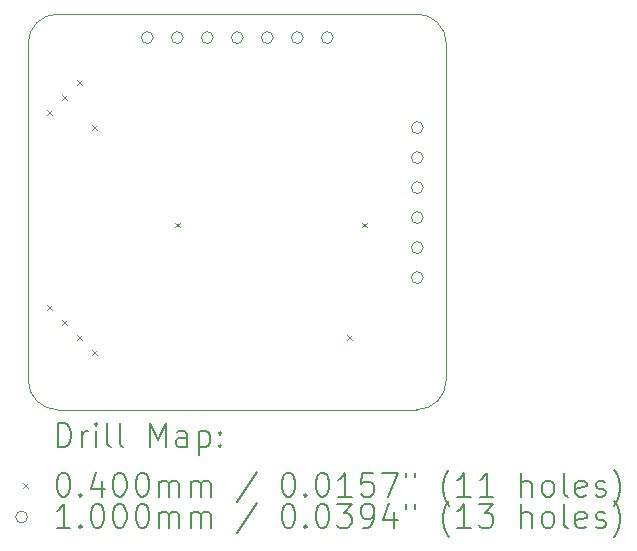
<source format=gbr>
%TF.GenerationSoftware,KiCad,Pcbnew,6.0.11+dfsg-1~bpo11+1*%
%TF.CreationDate,2023-03-04T12:32:12-08:00*%
%TF.ProjectId,sx1280_breakout,73783132-3830-45f6-9272-65616b6f7574,rev?*%
%TF.SameCoordinates,Original*%
%TF.FileFunction,Drillmap*%
%TF.FilePolarity,Positive*%
%FSLAX45Y45*%
G04 Gerber Fmt 4.5, Leading zero omitted, Abs format (unit mm)*
G04 Created by KiCad (PCBNEW 6.0.11+dfsg-1~bpo11+1) date 2023-03-04 12:32:12*
%MOMM*%
%LPD*%
G01*
G04 APERTURE LIST*
%ADD10C,0.100000*%
%ADD11C,0.200000*%
%ADD12C,0.040000*%
G04 APERTURE END LIST*
D10*
X12200000Y-12000000D02*
G75*
G03*
X12450000Y-12250000I250000J0D01*
G01*
X15490000Y-12250000D02*
G75*
G03*
X15740000Y-12000000I0J250000D01*
G01*
X15740000Y-9150000D02*
G75*
G03*
X15490000Y-8900000I-250000J0D01*
G01*
X12450000Y-8900000D02*
G75*
G03*
X12200000Y-9150000I0J-250000D01*
G01*
X15740000Y-12000000D02*
X15740000Y-9150000D01*
X12450000Y-12250000D02*
X15490000Y-12250000D01*
X12450000Y-8900000D02*
X15490000Y-8900000D01*
X12200000Y-9150000D02*
X12200000Y-12000000D01*
D11*
D12*
X12362500Y-9715000D02*
X12402500Y-9755000D01*
X12402500Y-9715000D02*
X12362500Y-9755000D01*
X12362500Y-11366000D02*
X12402500Y-11406000D01*
X12402500Y-11366000D02*
X12362500Y-11406000D01*
X12489500Y-9588000D02*
X12529500Y-9628000D01*
X12529500Y-9588000D02*
X12489500Y-9628000D01*
X12489500Y-11493000D02*
X12529500Y-11533000D01*
X12529500Y-11493000D02*
X12489500Y-11533000D01*
X12616500Y-9461000D02*
X12656500Y-9501000D01*
X12656500Y-9461000D02*
X12616500Y-9501000D01*
X12616500Y-11620000D02*
X12656500Y-11660000D01*
X12656500Y-11620000D02*
X12616500Y-11660000D01*
X12743500Y-9842000D02*
X12783500Y-9882000D01*
X12783500Y-9842000D02*
X12743500Y-9882000D01*
X12743500Y-11747000D02*
X12783500Y-11787000D01*
X12783500Y-11747000D02*
X12743500Y-11787000D01*
X13442000Y-10667500D02*
X13482000Y-10707500D01*
X13482000Y-10667500D02*
X13442000Y-10707500D01*
X14902500Y-11620000D02*
X14942500Y-11660000D01*
X14942500Y-11620000D02*
X14902500Y-11660000D01*
X15029500Y-10667500D02*
X15069500Y-10707500D01*
X15069500Y-10667500D02*
X15029500Y-10707500D01*
D10*
X13258000Y-9100000D02*
G75*
G03*
X13258000Y-9100000I-50000J0D01*
G01*
X13512000Y-9100000D02*
G75*
G03*
X13512000Y-9100000I-50000J0D01*
G01*
X13766000Y-9100000D02*
G75*
G03*
X13766000Y-9100000I-50000J0D01*
G01*
X14020000Y-9100000D02*
G75*
G03*
X14020000Y-9100000I-50000J0D01*
G01*
X14274000Y-9100000D02*
G75*
G03*
X14274000Y-9100000I-50000J0D01*
G01*
X14528000Y-9100000D02*
G75*
G03*
X14528000Y-9100000I-50000J0D01*
G01*
X14782000Y-9100000D02*
G75*
G03*
X14782000Y-9100000I-50000J0D01*
G01*
X15544000Y-9862000D02*
G75*
G03*
X15544000Y-9862000I-50000J0D01*
G01*
X15544000Y-10116000D02*
G75*
G03*
X15544000Y-10116000I-50000J0D01*
G01*
X15544000Y-10370000D02*
G75*
G03*
X15544000Y-10370000I-50000J0D01*
G01*
X15544000Y-10624000D02*
G75*
G03*
X15544000Y-10624000I-50000J0D01*
G01*
X15544000Y-10878000D02*
G75*
G03*
X15544000Y-10878000I-50000J0D01*
G01*
X15544000Y-11132000D02*
G75*
G03*
X15544000Y-11132000I-50000J0D01*
G01*
D11*
X12452619Y-12565476D02*
X12452619Y-12365476D01*
X12500238Y-12365476D01*
X12528809Y-12375000D01*
X12547857Y-12394048D01*
X12557381Y-12413095D01*
X12566905Y-12451190D01*
X12566905Y-12479762D01*
X12557381Y-12517857D01*
X12547857Y-12536905D01*
X12528809Y-12555952D01*
X12500238Y-12565476D01*
X12452619Y-12565476D01*
X12652619Y-12565476D02*
X12652619Y-12432143D01*
X12652619Y-12470238D02*
X12662143Y-12451190D01*
X12671667Y-12441667D01*
X12690714Y-12432143D01*
X12709762Y-12432143D01*
X12776428Y-12565476D02*
X12776428Y-12432143D01*
X12776428Y-12365476D02*
X12766905Y-12375000D01*
X12776428Y-12384524D01*
X12785952Y-12375000D01*
X12776428Y-12365476D01*
X12776428Y-12384524D01*
X12900238Y-12565476D02*
X12881190Y-12555952D01*
X12871667Y-12536905D01*
X12871667Y-12365476D01*
X13005000Y-12565476D02*
X12985952Y-12555952D01*
X12976428Y-12536905D01*
X12976428Y-12365476D01*
X13233571Y-12565476D02*
X13233571Y-12365476D01*
X13300238Y-12508333D01*
X13366905Y-12365476D01*
X13366905Y-12565476D01*
X13547857Y-12565476D02*
X13547857Y-12460714D01*
X13538333Y-12441667D01*
X13519286Y-12432143D01*
X13481190Y-12432143D01*
X13462143Y-12441667D01*
X13547857Y-12555952D02*
X13528809Y-12565476D01*
X13481190Y-12565476D01*
X13462143Y-12555952D01*
X13452619Y-12536905D01*
X13452619Y-12517857D01*
X13462143Y-12498809D01*
X13481190Y-12489286D01*
X13528809Y-12489286D01*
X13547857Y-12479762D01*
X13643095Y-12432143D02*
X13643095Y-12632143D01*
X13643095Y-12441667D02*
X13662143Y-12432143D01*
X13700238Y-12432143D01*
X13719286Y-12441667D01*
X13728809Y-12451190D01*
X13738333Y-12470238D01*
X13738333Y-12527381D01*
X13728809Y-12546428D01*
X13719286Y-12555952D01*
X13700238Y-12565476D01*
X13662143Y-12565476D01*
X13643095Y-12555952D01*
X13824048Y-12546428D02*
X13833571Y-12555952D01*
X13824048Y-12565476D01*
X13814524Y-12555952D01*
X13824048Y-12546428D01*
X13824048Y-12565476D01*
X13824048Y-12441667D02*
X13833571Y-12451190D01*
X13824048Y-12460714D01*
X13814524Y-12451190D01*
X13824048Y-12441667D01*
X13824048Y-12460714D01*
D12*
X12155000Y-12875000D02*
X12195000Y-12915000D01*
X12195000Y-12875000D02*
X12155000Y-12915000D01*
D11*
X12490714Y-12785476D02*
X12509762Y-12785476D01*
X12528809Y-12795000D01*
X12538333Y-12804524D01*
X12547857Y-12823571D01*
X12557381Y-12861667D01*
X12557381Y-12909286D01*
X12547857Y-12947381D01*
X12538333Y-12966428D01*
X12528809Y-12975952D01*
X12509762Y-12985476D01*
X12490714Y-12985476D01*
X12471667Y-12975952D01*
X12462143Y-12966428D01*
X12452619Y-12947381D01*
X12443095Y-12909286D01*
X12443095Y-12861667D01*
X12452619Y-12823571D01*
X12462143Y-12804524D01*
X12471667Y-12795000D01*
X12490714Y-12785476D01*
X12643095Y-12966428D02*
X12652619Y-12975952D01*
X12643095Y-12985476D01*
X12633571Y-12975952D01*
X12643095Y-12966428D01*
X12643095Y-12985476D01*
X12824048Y-12852143D02*
X12824048Y-12985476D01*
X12776428Y-12775952D02*
X12728809Y-12918809D01*
X12852619Y-12918809D01*
X12966905Y-12785476D02*
X12985952Y-12785476D01*
X13005000Y-12795000D01*
X13014524Y-12804524D01*
X13024048Y-12823571D01*
X13033571Y-12861667D01*
X13033571Y-12909286D01*
X13024048Y-12947381D01*
X13014524Y-12966428D01*
X13005000Y-12975952D01*
X12985952Y-12985476D01*
X12966905Y-12985476D01*
X12947857Y-12975952D01*
X12938333Y-12966428D01*
X12928809Y-12947381D01*
X12919286Y-12909286D01*
X12919286Y-12861667D01*
X12928809Y-12823571D01*
X12938333Y-12804524D01*
X12947857Y-12795000D01*
X12966905Y-12785476D01*
X13157381Y-12785476D02*
X13176428Y-12785476D01*
X13195476Y-12795000D01*
X13205000Y-12804524D01*
X13214524Y-12823571D01*
X13224048Y-12861667D01*
X13224048Y-12909286D01*
X13214524Y-12947381D01*
X13205000Y-12966428D01*
X13195476Y-12975952D01*
X13176428Y-12985476D01*
X13157381Y-12985476D01*
X13138333Y-12975952D01*
X13128809Y-12966428D01*
X13119286Y-12947381D01*
X13109762Y-12909286D01*
X13109762Y-12861667D01*
X13119286Y-12823571D01*
X13128809Y-12804524D01*
X13138333Y-12795000D01*
X13157381Y-12785476D01*
X13309762Y-12985476D02*
X13309762Y-12852143D01*
X13309762Y-12871190D02*
X13319286Y-12861667D01*
X13338333Y-12852143D01*
X13366905Y-12852143D01*
X13385952Y-12861667D01*
X13395476Y-12880714D01*
X13395476Y-12985476D01*
X13395476Y-12880714D02*
X13405000Y-12861667D01*
X13424048Y-12852143D01*
X13452619Y-12852143D01*
X13471667Y-12861667D01*
X13481190Y-12880714D01*
X13481190Y-12985476D01*
X13576428Y-12985476D02*
X13576428Y-12852143D01*
X13576428Y-12871190D02*
X13585952Y-12861667D01*
X13605000Y-12852143D01*
X13633571Y-12852143D01*
X13652619Y-12861667D01*
X13662143Y-12880714D01*
X13662143Y-12985476D01*
X13662143Y-12880714D02*
X13671667Y-12861667D01*
X13690714Y-12852143D01*
X13719286Y-12852143D01*
X13738333Y-12861667D01*
X13747857Y-12880714D01*
X13747857Y-12985476D01*
X14138333Y-12775952D02*
X13966905Y-13033095D01*
X14395476Y-12785476D02*
X14414524Y-12785476D01*
X14433571Y-12795000D01*
X14443095Y-12804524D01*
X14452619Y-12823571D01*
X14462143Y-12861667D01*
X14462143Y-12909286D01*
X14452619Y-12947381D01*
X14443095Y-12966428D01*
X14433571Y-12975952D01*
X14414524Y-12985476D01*
X14395476Y-12985476D01*
X14376428Y-12975952D01*
X14366905Y-12966428D01*
X14357381Y-12947381D01*
X14347857Y-12909286D01*
X14347857Y-12861667D01*
X14357381Y-12823571D01*
X14366905Y-12804524D01*
X14376428Y-12795000D01*
X14395476Y-12785476D01*
X14547857Y-12966428D02*
X14557381Y-12975952D01*
X14547857Y-12985476D01*
X14538333Y-12975952D01*
X14547857Y-12966428D01*
X14547857Y-12985476D01*
X14681190Y-12785476D02*
X14700238Y-12785476D01*
X14719286Y-12795000D01*
X14728809Y-12804524D01*
X14738333Y-12823571D01*
X14747857Y-12861667D01*
X14747857Y-12909286D01*
X14738333Y-12947381D01*
X14728809Y-12966428D01*
X14719286Y-12975952D01*
X14700238Y-12985476D01*
X14681190Y-12985476D01*
X14662143Y-12975952D01*
X14652619Y-12966428D01*
X14643095Y-12947381D01*
X14633571Y-12909286D01*
X14633571Y-12861667D01*
X14643095Y-12823571D01*
X14652619Y-12804524D01*
X14662143Y-12795000D01*
X14681190Y-12785476D01*
X14938333Y-12985476D02*
X14824048Y-12985476D01*
X14881190Y-12985476D02*
X14881190Y-12785476D01*
X14862143Y-12814048D01*
X14843095Y-12833095D01*
X14824048Y-12842619D01*
X15119286Y-12785476D02*
X15024048Y-12785476D01*
X15014524Y-12880714D01*
X15024048Y-12871190D01*
X15043095Y-12861667D01*
X15090714Y-12861667D01*
X15109762Y-12871190D01*
X15119286Y-12880714D01*
X15128809Y-12899762D01*
X15128809Y-12947381D01*
X15119286Y-12966428D01*
X15109762Y-12975952D01*
X15090714Y-12985476D01*
X15043095Y-12985476D01*
X15024048Y-12975952D01*
X15014524Y-12966428D01*
X15195476Y-12785476D02*
X15328809Y-12785476D01*
X15243095Y-12985476D01*
X15395476Y-12785476D02*
X15395476Y-12823571D01*
X15471667Y-12785476D02*
X15471667Y-12823571D01*
X15766905Y-13061667D02*
X15757381Y-13052143D01*
X15738333Y-13023571D01*
X15728809Y-13004524D01*
X15719286Y-12975952D01*
X15709762Y-12928333D01*
X15709762Y-12890238D01*
X15719286Y-12842619D01*
X15728809Y-12814048D01*
X15738333Y-12795000D01*
X15757381Y-12766428D01*
X15766905Y-12756905D01*
X15947857Y-12985476D02*
X15833571Y-12985476D01*
X15890714Y-12985476D02*
X15890714Y-12785476D01*
X15871667Y-12814048D01*
X15852619Y-12833095D01*
X15833571Y-12842619D01*
X16138333Y-12985476D02*
X16024048Y-12985476D01*
X16081190Y-12985476D02*
X16081190Y-12785476D01*
X16062143Y-12814048D01*
X16043095Y-12833095D01*
X16024048Y-12842619D01*
X16376428Y-12985476D02*
X16376428Y-12785476D01*
X16462143Y-12985476D02*
X16462143Y-12880714D01*
X16452619Y-12861667D01*
X16433571Y-12852143D01*
X16405000Y-12852143D01*
X16385952Y-12861667D01*
X16376428Y-12871190D01*
X16585952Y-12985476D02*
X16566905Y-12975952D01*
X16557381Y-12966428D01*
X16547857Y-12947381D01*
X16547857Y-12890238D01*
X16557381Y-12871190D01*
X16566905Y-12861667D01*
X16585952Y-12852143D01*
X16614524Y-12852143D01*
X16633571Y-12861667D01*
X16643095Y-12871190D01*
X16652619Y-12890238D01*
X16652619Y-12947381D01*
X16643095Y-12966428D01*
X16633571Y-12975952D01*
X16614524Y-12985476D01*
X16585952Y-12985476D01*
X16766905Y-12985476D02*
X16747857Y-12975952D01*
X16738333Y-12956905D01*
X16738333Y-12785476D01*
X16919286Y-12975952D02*
X16900238Y-12985476D01*
X16862143Y-12985476D01*
X16843095Y-12975952D01*
X16833571Y-12956905D01*
X16833571Y-12880714D01*
X16843095Y-12861667D01*
X16862143Y-12852143D01*
X16900238Y-12852143D01*
X16919286Y-12861667D01*
X16928810Y-12880714D01*
X16928810Y-12899762D01*
X16833571Y-12918809D01*
X17005000Y-12975952D02*
X17024048Y-12985476D01*
X17062143Y-12985476D01*
X17081190Y-12975952D01*
X17090714Y-12956905D01*
X17090714Y-12947381D01*
X17081190Y-12928333D01*
X17062143Y-12918809D01*
X17033571Y-12918809D01*
X17014524Y-12909286D01*
X17005000Y-12890238D01*
X17005000Y-12880714D01*
X17014524Y-12861667D01*
X17033571Y-12852143D01*
X17062143Y-12852143D01*
X17081190Y-12861667D01*
X17157381Y-13061667D02*
X17166905Y-13052143D01*
X17185952Y-13023571D01*
X17195476Y-13004524D01*
X17205000Y-12975952D01*
X17214524Y-12928333D01*
X17214524Y-12890238D01*
X17205000Y-12842619D01*
X17195476Y-12814048D01*
X17185952Y-12795000D01*
X17166905Y-12766428D01*
X17157381Y-12756905D01*
D10*
X12195000Y-13159000D02*
G75*
G03*
X12195000Y-13159000I-50000J0D01*
G01*
D11*
X12557381Y-13249476D02*
X12443095Y-13249476D01*
X12500238Y-13249476D02*
X12500238Y-13049476D01*
X12481190Y-13078048D01*
X12462143Y-13097095D01*
X12443095Y-13106619D01*
X12643095Y-13230428D02*
X12652619Y-13239952D01*
X12643095Y-13249476D01*
X12633571Y-13239952D01*
X12643095Y-13230428D01*
X12643095Y-13249476D01*
X12776428Y-13049476D02*
X12795476Y-13049476D01*
X12814524Y-13059000D01*
X12824048Y-13068524D01*
X12833571Y-13087571D01*
X12843095Y-13125667D01*
X12843095Y-13173286D01*
X12833571Y-13211381D01*
X12824048Y-13230428D01*
X12814524Y-13239952D01*
X12795476Y-13249476D01*
X12776428Y-13249476D01*
X12757381Y-13239952D01*
X12747857Y-13230428D01*
X12738333Y-13211381D01*
X12728809Y-13173286D01*
X12728809Y-13125667D01*
X12738333Y-13087571D01*
X12747857Y-13068524D01*
X12757381Y-13059000D01*
X12776428Y-13049476D01*
X12966905Y-13049476D02*
X12985952Y-13049476D01*
X13005000Y-13059000D01*
X13014524Y-13068524D01*
X13024048Y-13087571D01*
X13033571Y-13125667D01*
X13033571Y-13173286D01*
X13024048Y-13211381D01*
X13014524Y-13230428D01*
X13005000Y-13239952D01*
X12985952Y-13249476D01*
X12966905Y-13249476D01*
X12947857Y-13239952D01*
X12938333Y-13230428D01*
X12928809Y-13211381D01*
X12919286Y-13173286D01*
X12919286Y-13125667D01*
X12928809Y-13087571D01*
X12938333Y-13068524D01*
X12947857Y-13059000D01*
X12966905Y-13049476D01*
X13157381Y-13049476D02*
X13176428Y-13049476D01*
X13195476Y-13059000D01*
X13205000Y-13068524D01*
X13214524Y-13087571D01*
X13224048Y-13125667D01*
X13224048Y-13173286D01*
X13214524Y-13211381D01*
X13205000Y-13230428D01*
X13195476Y-13239952D01*
X13176428Y-13249476D01*
X13157381Y-13249476D01*
X13138333Y-13239952D01*
X13128809Y-13230428D01*
X13119286Y-13211381D01*
X13109762Y-13173286D01*
X13109762Y-13125667D01*
X13119286Y-13087571D01*
X13128809Y-13068524D01*
X13138333Y-13059000D01*
X13157381Y-13049476D01*
X13309762Y-13249476D02*
X13309762Y-13116143D01*
X13309762Y-13135190D02*
X13319286Y-13125667D01*
X13338333Y-13116143D01*
X13366905Y-13116143D01*
X13385952Y-13125667D01*
X13395476Y-13144714D01*
X13395476Y-13249476D01*
X13395476Y-13144714D02*
X13405000Y-13125667D01*
X13424048Y-13116143D01*
X13452619Y-13116143D01*
X13471667Y-13125667D01*
X13481190Y-13144714D01*
X13481190Y-13249476D01*
X13576428Y-13249476D02*
X13576428Y-13116143D01*
X13576428Y-13135190D02*
X13585952Y-13125667D01*
X13605000Y-13116143D01*
X13633571Y-13116143D01*
X13652619Y-13125667D01*
X13662143Y-13144714D01*
X13662143Y-13249476D01*
X13662143Y-13144714D02*
X13671667Y-13125667D01*
X13690714Y-13116143D01*
X13719286Y-13116143D01*
X13738333Y-13125667D01*
X13747857Y-13144714D01*
X13747857Y-13249476D01*
X14138333Y-13039952D02*
X13966905Y-13297095D01*
X14395476Y-13049476D02*
X14414524Y-13049476D01*
X14433571Y-13059000D01*
X14443095Y-13068524D01*
X14452619Y-13087571D01*
X14462143Y-13125667D01*
X14462143Y-13173286D01*
X14452619Y-13211381D01*
X14443095Y-13230428D01*
X14433571Y-13239952D01*
X14414524Y-13249476D01*
X14395476Y-13249476D01*
X14376428Y-13239952D01*
X14366905Y-13230428D01*
X14357381Y-13211381D01*
X14347857Y-13173286D01*
X14347857Y-13125667D01*
X14357381Y-13087571D01*
X14366905Y-13068524D01*
X14376428Y-13059000D01*
X14395476Y-13049476D01*
X14547857Y-13230428D02*
X14557381Y-13239952D01*
X14547857Y-13249476D01*
X14538333Y-13239952D01*
X14547857Y-13230428D01*
X14547857Y-13249476D01*
X14681190Y-13049476D02*
X14700238Y-13049476D01*
X14719286Y-13059000D01*
X14728809Y-13068524D01*
X14738333Y-13087571D01*
X14747857Y-13125667D01*
X14747857Y-13173286D01*
X14738333Y-13211381D01*
X14728809Y-13230428D01*
X14719286Y-13239952D01*
X14700238Y-13249476D01*
X14681190Y-13249476D01*
X14662143Y-13239952D01*
X14652619Y-13230428D01*
X14643095Y-13211381D01*
X14633571Y-13173286D01*
X14633571Y-13125667D01*
X14643095Y-13087571D01*
X14652619Y-13068524D01*
X14662143Y-13059000D01*
X14681190Y-13049476D01*
X14814524Y-13049476D02*
X14938333Y-13049476D01*
X14871667Y-13125667D01*
X14900238Y-13125667D01*
X14919286Y-13135190D01*
X14928809Y-13144714D01*
X14938333Y-13163762D01*
X14938333Y-13211381D01*
X14928809Y-13230428D01*
X14919286Y-13239952D01*
X14900238Y-13249476D01*
X14843095Y-13249476D01*
X14824048Y-13239952D01*
X14814524Y-13230428D01*
X15033571Y-13249476D02*
X15071667Y-13249476D01*
X15090714Y-13239952D01*
X15100238Y-13230428D01*
X15119286Y-13201857D01*
X15128809Y-13163762D01*
X15128809Y-13087571D01*
X15119286Y-13068524D01*
X15109762Y-13059000D01*
X15090714Y-13049476D01*
X15052619Y-13049476D01*
X15033571Y-13059000D01*
X15024048Y-13068524D01*
X15014524Y-13087571D01*
X15014524Y-13135190D01*
X15024048Y-13154238D01*
X15033571Y-13163762D01*
X15052619Y-13173286D01*
X15090714Y-13173286D01*
X15109762Y-13163762D01*
X15119286Y-13154238D01*
X15128809Y-13135190D01*
X15300238Y-13116143D02*
X15300238Y-13249476D01*
X15252619Y-13039952D02*
X15205000Y-13182809D01*
X15328809Y-13182809D01*
X15395476Y-13049476D02*
X15395476Y-13087571D01*
X15471667Y-13049476D02*
X15471667Y-13087571D01*
X15766905Y-13325667D02*
X15757381Y-13316143D01*
X15738333Y-13287571D01*
X15728809Y-13268524D01*
X15719286Y-13239952D01*
X15709762Y-13192333D01*
X15709762Y-13154238D01*
X15719286Y-13106619D01*
X15728809Y-13078048D01*
X15738333Y-13059000D01*
X15757381Y-13030428D01*
X15766905Y-13020905D01*
X15947857Y-13249476D02*
X15833571Y-13249476D01*
X15890714Y-13249476D02*
X15890714Y-13049476D01*
X15871667Y-13078048D01*
X15852619Y-13097095D01*
X15833571Y-13106619D01*
X16014524Y-13049476D02*
X16138333Y-13049476D01*
X16071667Y-13125667D01*
X16100238Y-13125667D01*
X16119286Y-13135190D01*
X16128809Y-13144714D01*
X16138333Y-13163762D01*
X16138333Y-13211381D01*
X16128809Y-13230428D01*
X16119286Y-13239952D01*
X16100238Y-13249476D01*
X16043095Y-13249476D01*
X16024048Y-13239952D01*
X16014524Y-13230428D01*
X16376428Y-13249476D02*
X16376428Y-13049476D01*
X16462143Y-13249476D02*
X16462143Y-13144714D01*
X16452619Y-13125667D01*
X16433571Y-13116143D01*
X16405000Y-13116143D01*
X16385952Y-13125667D01*
X16376428Y-13135190D01*
X16585952Y-13249476D02*
X16566905Y-13239952D01*
X16557381Y-13230428D01*
X16547857Y-13211381D01*
X16547857Y-13154238D01*
X16557381Y-13135190D01*
X16566905Y-13125667D01*
X16585952Y-13116143D01*
X16614524Y-13116143D01*
X16633571Y-13125667D01*
X16643095Y-13135190D01*
X16652619Y-13154238D01*
X16652619Y-13211381D01*
X16643095Y-13230428D01*
X16633571Y-13239952D01*
X16614524Y-13249476D01*
X16585952Y-13249476D01*
X16766905Y-13249476D02*
X16747857Y-13239952D01*
X16738333Y-13220905D01*
X16738333Y-13049476D01*
X16919286Y-13239952D02*
X16900238Y-13249476D01*
X16862143Y-13249476D01*
X16843095Y-13239952D01*
X16833571Y-13220905D01*
X16833571Y-13144714D01*
X16843095Y-13125667D01*
X16862143Y-13116143D01*
X16900238Y-13116143D01*
X16919286Y-13125667D01*
X16928810Y-13144714D01*
X16928810Y-13163762D01*
X16833571Y-13182809D01*
X17005000Y-13239952D02*
X17024048Y-13249476D01*
X17062143Y-13249476D01*
X17081190Y-13239952D01*
X17090714Y-13220905D01*
X17090714Y-13211381D01*
X17081190Y-13192333D01*
X17062143Y-13182809D01*
X17033571Y-13182809D01*
X17014524Y-13173286D01*
X17005000Y-13154238D01*
X17005000Y-13144714D01*
X17014524Y-13125667D01*
X17033571Y-13116143D01*
X17062143Y-13116143D01*
X17081190Y-13125667D01*
X17157381Y-13325667D02*
X17166905Y-13316143D01*
X17185952Y-13287571D01*
X17195476Y-13268524D01*
X17205000Y-13239952D01*
X17214524Y-13192333D01*
X17214524Y-13154238D01*
X17205000Y-13106619D01*
X17195476Y-13078048D01*
X17185952Y-13059000D01*
X17166905Y-13030428D01*
X17157381Y-13020905D01*
M02*

</source>
